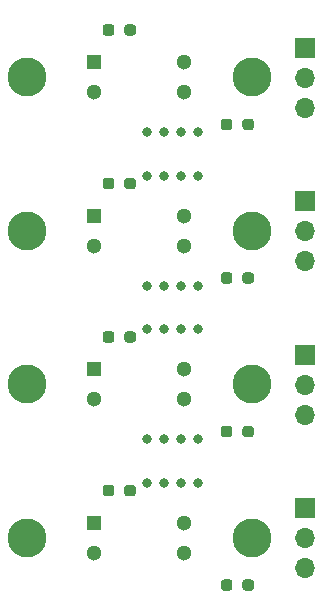
<source format=gbr>
%TF.GenerationSoftware,KiCad,Pcbnew,(5.1.10)-1*%
%TF.CreationDate,2021-10-11T19:14:40+02:00*%
%TF.ProjectId,output.KSI_rotator_endstop,6f757470-7574-42e4-9b53-495f726f7461,rev?*%
%TF.SameCoordinates,Original*%
%TF.FileFunction,Soldermask,Top*%
%TF.FilePolarity,Negative*%
%FSLAX46Y46*%
G04 Gerber Fmt 4.6, Leading zero omitted, Abs format (unit mm)*
G04 Created by KiCad (PCBNEW (5.1.10)-1) date 2021-10-11 19:14:40*
%MOMM*%
%LPD*%
G01*
G04 APERTURE LIST*
%ADD10C,3.300000*%
%ADD11C,1.300000*%
%ADD12R,1.300000X1.300000*%
%ADD13O,1.700000X1.700000*%
%ADD14R,1.700000X1.700000*%
%ADD15C,0.800000*%
G04 APERTURE END LIST*
D10*
%TO.C,U4*%
X147700000Y-127500000D03*
X128700000Y-127500000D03*
D11*
X142000000Y-128770000D03*
X142000000Y-126230000D03*
X134400000Y-128770000D03*
D12*
X134400000Y-126230000D03*
%TD*%
D10*
%TO.C,U3*%
X147700000Y-114500000D03*
X128700000Y-114500000D03*
D11*
X142000000Y-115770000D03*
X142000000Y-113230000D03*
X134400000Y-115770000D03*
D12*
X134400000Y-113230000D03*
%TD*%
D10*
%TO.C,U2*%
X147700000Y-101500000D03*
X128700000Y-101500000D03*
D11*
X142000000Y-102770000D03*
X142000000Y-100230000D03*
X134400000Y-102770000D03*
D12*
X134400000Y-100230000D03*
%TD*%
D10*
%TO.C,U1*%
X147700000Y-88500000D03*
X128700000Y-88500000D03*
D11*
X142000000Y-89770000D03*
X142000000Y-87230000D03*
X134400000Y-89770000D03*
D12*
X134400000Y-87230000D03*
%TD*%
%TO.C,R8*%
G36*
G01*
X146925000Y-131737500D02*
X146925000Y-131262500D01*
G75*
G02*
X147162500Y-131025000I237500J0D01*
G01*
X147662500Y-131025000D01*
G75*
G02*
X147900000Y-131262500I0J-237500D01*
G01*
X147900000Y-131737500D01*
G75*
G02*
X147662500Y-131975000I-237500J0D01*
G01*
X147162500Y-131975000D01*
G75*
G02*
X146925000Y-131737500I0J237500D01*
G01*
G37*
G36*
G01*
X145100000Y-131737500D02*
X145100000Y-131262500D01*
G75*
G02*
X145337500Y-131025000I237500J0D01*
G01*
X145837500Y-131025000D01*
G75*
G02*
X146075000Y-131262500I0J-237500D01*
G01*
X146075000Y-131737500D01*
G75*
G02*
X145837500Y-131975000I-237500J0D01*
G01*
X145337500Y-131975000D01*
G75*
G02*
X145100000Y-131737500I0J237500D01*
G01*
G37*
%TD*%
%TO.C,R7*%
G36*
G01*
X146925000Y-118737500D02*
X146925000Y-118262500D01*
G75*
G02*
X147162500Y-118025000I237500J0D01*
G01*
X147662500Y-118025000D01*
G75*
G02*
X147900000Y-118262500I0J-237500D01*
G01*
X147900000Y-118737500D01*
G75*
G02*
X147662500Y-118975000I-237500J0D01*
G01*
X147162500Y-118975000D01*
G75*
G02*
X146925000Y-118737500I0J237500D01*
G01*
G37*
G36*
G01*
X145100000Y-118737500D02*
X145100000Y-118262500D01*
G75*
G02*
X145337500Y-118025000I237500J0D01*
G01*
X145837500Y-118025000D01*
G75*
G02*
X146075000Y-118262500I0J-237500D01*
G01*
X146075000Y-118737500D01*
G75*
G02*
X145837500Y-118975000I-237500J0D01*
G01*
X145337500Y-118975000D01*
G75*
G02*
X145100000Y-118737500I0J237500D01*
G01*
G37*
%TD*%
%TO.C,R6*%
G36*
G01*
X136925000Y-123737500D02*
X136925000Y-123262500D01*
G75*
G02*
X137162500Y-123025000I237500J0D01*
G01*
X137662500Y-123025000D01*
G75*
G02*
X137900000Y-123262500I0J-237500D01*
G01*
X137900000Y-123737500D01*
G75*
G02*
X137662500Y-123975000I-237500J0D01*
G01*
X137162500Y-123975000D01*
G75*
G02*
X136925000Y-123737500I0J237500D01*
G01*
G37*
G36*
G01*
X135100000Y-123737500D02*
X135100000Y-123262500D01*
G75*
G02*
X135337500Y-123025000I237500J0D01*
G01*
X135837500Y-123025000D01*
G75*
G02*
X136075000Y-123262500I0J-237500D01*
G01*
X136075000Y-123737500D01*
G75*
G02*
X135837500Y-123975000I-237500J0D01*
G01*
X135337500Y-123975000D01*
G75*
G02*
X135100000Y-123737500I0J237500D01*
G01*
G37*
%TD*%
%TO.C,R5*%
G36*
G01*
X136925000Y-110737500D02*
X136925000Y-110262500D01*
G75*
G02*
X137162500Y-110025000I237500J0D01*
G01*
X137662500Y-110025000D01*
G75*
G02*
X137900000Y-110262500I0J-237500D01*
G01*
X137900000Y-110737500D01*
G75*
G02*
X137662500Y-110975000I-237500J0D01*
G01*
X137162500Y-110975000D01*
G75*
G02*
X136925000Y-110737500I0J237500D01*
G01*
G37*
G36*
G01*
X135100000Y-110737500D02*
X135100000Y-110262500D01*
G75*
G02*
X135337500Y-110025000I237500J0D01*
G01*
X135837500Y-110025000D01*
G75*
G02*
X136075000Y-110262500I0J-237500D01*
G01*
X136075000Y-110737500D01*
G75*
G02*
X135837500Y-110975000I-237500J0D01*
G01*
X135337500Y-110975000D01*
G75*
G02*
X135100000Y-110737500I0J237500D01*
G01*
G37*
%TD*%
%TO.C,R4*%
G36*
G01*
X146925000Y-105737500D02*
X146925000Y-105262500D01*
G75*
G02*
X147162500Y-105025000I237500J0D01*
G01*
X147662500Y-105025000D01*
G75*
G02*
X147900000Y-105262500I0J-237500D01*
G01*
X147900000Y-105737500D01*
G75*
G02*
X147662500Y-105975000I-237500J0D01*
G01*
X147162500Y-105975000D01*
G75*
G02*
X146925000Y-105737500I0J237500D01*
G01*
G37*
G36*
G01*
X145100000Y-105737500D02*
X145100000Y-105262500D01*
G75*
G02*
X145337500Y-105025000I237500J0D01*
G01*
X145837500Y-105025000D01*
G75*
G02*
X146075000Y-105262500I0J-237500D01*
G01*
X146075000Y-105737500D01*
G75*
G02*
X145837500Y-105975000I-237500J0D01*
G01*
X145337500Y-105975000D01*
G75*
G02*
X145100000Y-105737500I0J237500D01*
G01*
G37*
%TD*%
%TO.C,R3*%
G36*
G01*
X136925000Y-97737500D02*
X136925000Y-97262500D01*
G75*
G02*
X137162500Y-97025000I237500J0D01*
G01*
X137662500Y-97025000D01*
G75*
G02*
X137900000Y-97262500I0J-237500D01*
G01*
X137900000Y-97737500D01*
G75*
G02*
X137662500Y-97975000I-237500J0D01*
G01*
X137162500Y-97975000D01*
G75*
G02*
X136925000Y-97737500I0J237500D01*
G01*
G37*
G36*
G01*
X135100000Y-97737500D02*
X135100000Y-97262500D01*
G75*
G02*
X135337500Y-97025000I237500J0D01*
G01*
X135837500Y-97025000D01*
G75*
G02*
X136075000Y-97262500I0J-237500D01*
G01*
X136075000Y-97737500D01*
G75*
G02*
X135837500Y-97975000I-237500J0D01*
G01*
X135337500Y-97975000D01*
G75*
G02*
X135100000Y-97737500I0J237500D01*
G01*
G37*
%TD*%
D13*
%TO.C,J4*%
X152200000Y-130080000D03*
X152200000Y-127540000D03*
D14*
X152200000Y-125000000D03*
%TD*%
D13*
%TO.C,J3*%
X152200000Y-117080000D03*
X152200000Y-114540000D03*
D14*
X152200000Y-112000000D03*
%TD*%
D13*
%TO.C,J2*%
X152200000Y-104080000D03*
X152200000Y-101540000D03*
D14*
X152200000Y-99000000D03*
%TD*%
D13*
%TO.C,J1*%
X152200000Y-91080000D03*
X152200000Y-88540000D03*
D14*
X152200000Y-86000000D03*
%TD*%
%TO.C,R1*%
G36*
G01*
X136925000Y-84737500D02*
X136925000Y-84262500D01*
G75*
G02*
X137162500Y-84025000I237500J0D01*
G01*
X137662500Y-84025000D01*
G75*
G02*
X137900000Y-84262500I0J-237500D01*
G01*
X137900000Y-84737500D01*
G75*
G02*
X137662500Y-84975000I-237500J0D01*
G01*
X137162500Y-84975000D01*
G75*
G02*
X136925000Y-84737500I0J237500D01*
G01*
G37*
G36*
G01*
X135100000Y-84737500D02*
X135100000Y-84262500D01*
G75*
G02*
X135337500Y-84025000I237500J0D01*
G01*
X135837500Y-84025000D01*
G75*
G02*
X136075000Y-84262500I0J-237500D01*
G01*
X136075000Y-84737500D01*
G75*
G02*
X135837500Y-84975000I-237500J0D01*
G01*
X135337500Y-84975000D01*
G75*
G02*
X135100000Y-84737500I0J237500D01*
G01*
G37*
%TD*%
%TO.C,R2*%
G36*
G01*
X146925000Y-92737500D02*
X146925000Y-92262500D01*
G75*
G02*
X147162500Y-92025000I237500J0D01*
G01*
X147662500Y-92025000D01*
G75*
G02*
X147900000Y-92262500I0J-237500D01*
G01*
X147900000Y-92737500D01*
G75*
G02*
X147662500Y-92975000I-237500J0D01*
G01*
X147162500Y-92975000D01*
G75*
G02*
X146925000Y-92737500I0J237500D01*
G01*
G37*
G36*
G01*
X145100000Y-92737500D02*
X145100000Y-92262500D01*
G75*
G02*
X145337500Y-92025000I237500J0D01*
G01*
X145837500Y-92025000D01*
G75*
G02*
X146075000Y-92262500I0J-237500D01*
G01*
X146075000Y-92737500D01*
G75*
G02*
X145837500Y-92975000I-237500J0D01*
G01*
X145337500Y-92975000D01*
G75*
G02*
X145100000Y-92737500I0J237500D01*
G01*
G37*
%TD*%
D15*
%TO.C,*%
X138812243Y-119149999D03*
X140270747Y-119149999D03*
X141729251Y-119149999D03*
X143187755Y-119149999D03*
%TD*%
%TO.C,*%
X143187752Y-122850001D03*
X141729248Y-122850001D03*
X140270744Y-122850001D03*
X138812240Y-122850001D03*
%TD*%
%TO.C,*%
X138812243Y-106149999D03*
X140270747Y-106149999D03*
X141729251Y-106149999D03*
X143187755Y-106149999D03*
%TD*%
%TO.C,*%
X143187752Y-109850001D03*
X141729248Y-109850001D03*
X140270744Y-109850001D03*
X138812240Y-109850001D03*
%TD*%
%TO.C,*%
X138812243Y-93149999D03*
X140270747Y-93149999D03*
X141729251Y-93149999D03*
X143187755Y-93149999D03*
%TD*%
%TO.C,*%
X143187752Y-96850001D03*
X141729248Y-96850001D03*
X140270744Y-96850001D03*
X138812240Y-96850001D03*
%TD*%
M02*

</source>
